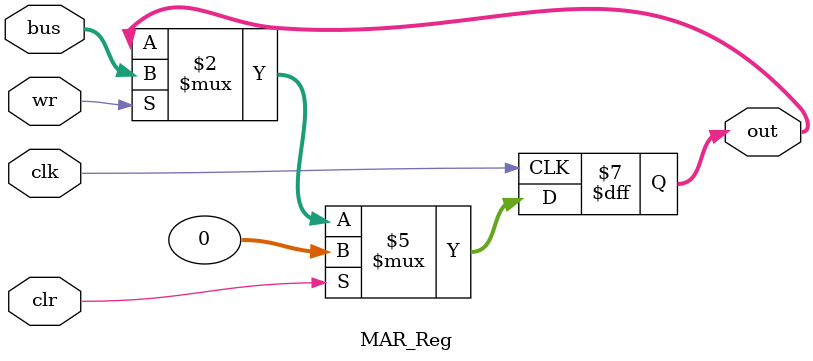
<source format=v>
module MAR_Reg(
    output reg [31:0] out,  // Memory Address output
    input [31:0] bus,       // Bus to receive address from
    input wr,               // Write enable for loading the address into MAR
    input clr,              // Clear signal to reset the MAR
    input clk               // Clock signal
);

    always @(posedge clk) begin
        if (clr) begin
            out <= 0; // Clear the MAR
        end else if (wr) begin
            out <= bus; // Load the bus value into MAR on write enable
        end
        // No need for 'rd' signal as MAR typically doesn't read data but only holds addresses
    end

endmodule
</source>
